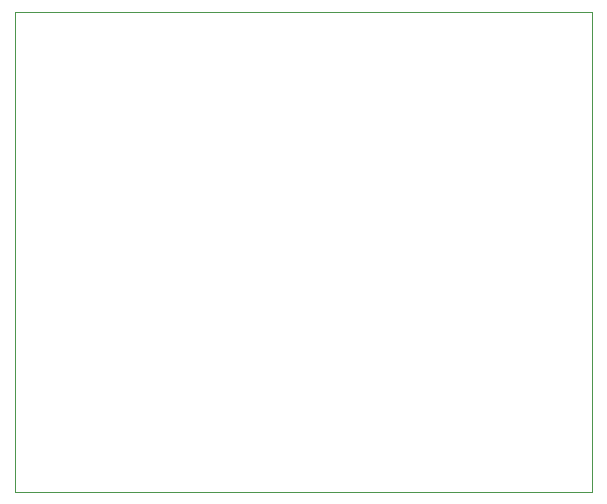
<source format=gbr>
%TF.GenerationSoftware,KiCad,Pcbnew,(5.1.9-0-10_14)*%
%TF.CreationDate,2021-07-27T12:59:24-05:00*%
%TF.ProjectId,castellated_breakout,63617374-656c-46c6-9174-65645f627265,rev?*%
%TF.SameCoordinates,Original*%
%TF.FileFunction,Profile,NP*%
%FSLAX46Y46*%
G04 Gerber Fmt 4.6, Leading zero omitted, Abs format (unit mm)*
G04 Created by KiCad (PCBNEW (5.1.9-0-10_14)) date 2021-07-27 12:59:24*
%MOMM*%
%LPD*%
G01*
G04 APERTURE LIST*
%TA.AperFunction,Profile*%
%ADD10C,0.050000*%
%TD*%
G04 APERTURE END LIST*
D10*
X133985000Y-116840000D02*
X135890000Y-116840000D01*
X133985000Y-76200000D02*
X135890000Y-76200000D01*
X133985000Y-116840000D02*
X133985000Y-76200000D01*
X182880000Y-116840000D02*
X135890000Y-116840000D01*
X182880000Y-76200000D02*
X182880000Y-116840000D01*
X135890000Y-76200000D02*
X182880000Y-76200000D01*
M02*

</source>
